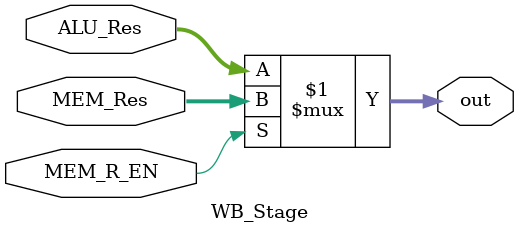
<source format=v>
module WB_Stage(
  input[31:0] ALU_Res, MEM_Res,
  input MEM_R_EN,
  output[31:0] out
);

  assign out = MEM_R_EN ? MEM_Res : ALU_Res;

endmodule
</source>
